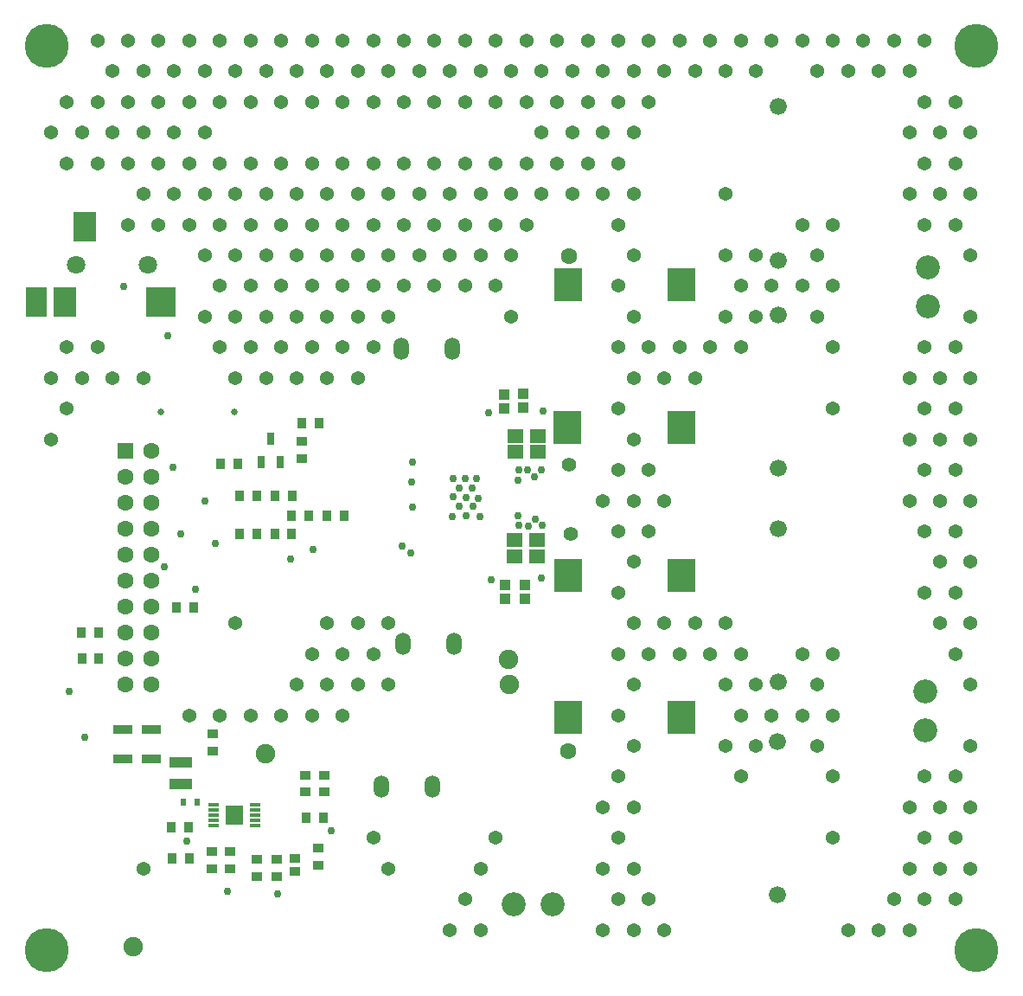
<source format=gts>
G04*
G04 #@! TF.GenerationSoftware,Altium Limited,Altium Designer,20.0.13 (296)*
G04*
G04 Layer_Color=8388736*
%FSLAX25Y25*%
%MOIN*%
G70*
G01*
G75*
%ADD20R,0.03150X0.04921*%
%ADD21R,0.03394X0.04331*%
%ADD22R,0.10630X0.12992*%
%ADD23R,0.09055X0.11417*%
%ADD24R,0.08268X0.11417*%
%ADD25R,0.11417X0.11417*%
%ADD26R,0.04331X0.03394*%
%ADD27R,0.07008X0.07795*%
%ADD28R,0.03937X0.01595*%
%ADD29R,0.09055X0.03937*%
%ADD30R,0.02165X0.03150*%
%ADD31R,0.07480X0.03543*%
%ADD32R,0.04134X0.03740*%
%ADD33R,0.05906X0.05512*%
%ADD34R,0.04331X0.03937*%
%ADD35O,0.05906X0.08661*%
%ADD36C,0.09252*%
%ADD37R,0.06299X0.06299*%
%ADD38C,0.06299*%
%ADD39C,0.16929*%
%ADD40C,0.06594*%
%ADD41C,0.07087*%
%ADD42C,0.07480*%
%ADD43C,0.02953*%
%ADD44C,0.02598*%
%ADD45C,0.05394*%
%ADD46C,0.05512*%
D20*
X98468Y203822D02*
D03*
X105948D02*
D03*
X102208Y212681D02*
D03*
D21*
X72650Y147830D02*
D03*
X66050D02*
D03*
X29280Y137980D02*
D03*
X35880D02*
D03*
X29400Y128050D02*
D03*
X36000D02*
D03*
X120808Y218703D02*
D03*
X114208D02*
D03*
X89408Y203192D02*
D03*
X82808D02*
D03*
X123876Y183230D02*
D03*
X130476D02*
D03*
X110277Y183195D02*
D03*
X116877D02*
D03*
X96827Y190870D02*
D03*
X90227D02*
D03*
X110426Y190815D02*
D03*
X103826D02*
D03*
X110393Y176092D02*
D03*
X103793D02*
D03*
X96783Y176035D02*
D03*
X90183D02*
D03*
X122600Y66800D02*
D03*
X116000D02*
D03*
X63900Y63200D02*
D03*
X70500D02*
D03*
X70900Y51000D02*
D03*
X64300D02*
D03*
D22*
X260554Y105500D02*
D03*
X216853D02*
D03*
X216942Y272000D02*
D03*
X260643D02*
D03*
X216704Y217000D02*
D03*
X260404D02*
D03*
X216942Y160000D02*
D03*
X260643D02*
D03*
D23*
X30470Y294537D02*
D03*
X22990Y265403D02*
D03*
D24*
X11967D02*
D03*
D25*
X59998D02*
D03*
D26*
X79900Y99000D02*
D03*
Y92400D02*
D03*
X114208Y211652D02*
D03*
Y205052D02*
D03*
X115674Y83251D02*
D03*
Y76651D02*
D03*
X104397Y50900D02*
D03*
Y44300D02*
D03*
X97000Y50800D02*
D03*
Y44200D02*
D03*
X86700Y53900D02*
D03*
Y47300D02*
D03*
X79597Y53900D02*
D03*
Y47300D02*
D03*
X122874Y83251D02*
D03*
Y76651D02*
D03*
X120500Y48500D02*
D03*
Y55100D02*
D03*
D27*
X88279Y67761D02*
D03*
D28*
X80208D02*
D03*
Y69729D02*
D03*
Y71698D02*
D03*
Y65792D02*
D03*
Y63824D02*
D03*
X96350Y63902D02*
D03*
Y65871D02*
D03*
Y71776D02*
D03*
Y69808D02*
D03*
Y67839D02*
D03*
D29*
X67591Y79800D02*
D03*
Y88068D02*
D03*
D30*
X73929Y72800D02*
D03*
X68614D02*
D03*
D31*
X56200Y100800D02*
D03*
Y89400D02*
D03*
X45100Y100900D02*
D03*
Y89500D02*
D03*
D32*
X111500Y51218D02*
D03*
Y46100D02*
D03*
D33*
X196340Y167500D02*
D03*
Y173800D02*
D03*
X196493Y213950D02*
D03*
Y207650D02*
D03*
X205171Y213970D02*
D03*
Y207670D02*
D03*
X205018Y167531D02*
D03*
Y173830D02*
D03*
D34*
X199400Y230058D02*
D03*
Y224743D02*
D03*
X192100Y229958D02*
D03*
Y224642D02*
D03*
X192600Y156358D02*
D03*
Y151042D02*
D03*
X200100Y156400D02*
D03*
Y151085D02*
D03*
D35*
X152630Y247630D02*
D03*
X172315D02*
D03*
X172882Y133800D02*
D03*
X153198D02*
D03*
X164480Y78670D02*
D03*
X144795D02*
D03*
D36*
X210810Y33394D02*
D03*
X195810D02*
D03*
X355394Y278850D02*
D03*
Y263850D02*
D03*
X354634Y115390D02*
D03*
Y100390D02*
D03*
D37*
X46080Y207980D02*
D03*
D38*
X56080D02*
D03*
X46080Y197980D02*
D03*
X56080D02*
D03*
X46080Y187980D02*
D03*
X56080D02*
D03*
X46080Y177980D02*
D03*
X56080D02*
D03*
X46080Y167980D02*
D03*
X56080D02*
D03*
X46080Y157980D02*
D03*
X56080D02*
D03*
X46080Y147980D02*
D03*
X56080D02*
D03*
X46080Y137980D02*
D03*
X56080D02*
D03*
X46080Y127980D02*
D03*
X56080D02*
D03*
X46080Y117980D02*
D03*
X56080D02*
D03*
X217110Y283010D02*
D03*
X216970Y92360D02*
D03*
D39*
X374303Y364252D02*
D03*
X374302Y15748D02*
D03*
X15748D02*
D03*
Y364252D02*
D03*
D40*
X298054Y281635D02*
D03*
Y340690D02*
D03*
X297842Y119123D02*
D03*
Y178178D02*
D03*
X297535Y37055D02*
D03*
Y96110D02*
D03*
X298054Y201500D02*
D03*
Y260555D02*
D03*
D41*
X27321Y279970D02*
D03*
X54880D02*
D03*
D42*
X194060Y127860D02*
D03*
X194150Y118001D02*
D03*
X100100Y91500D02*
D03*
X49300Y17200D02*
D03*
D43*
X183040Y182840D02*
D03*
X177470Y183090D02*
D03*
X172120Y182840D02*
D03*
X180190Y186730D02*
D03*
X175000Y186820D02*
D03*
X182290Y189910D02*
D03*
X177500Y190000D02*
D03*
X172490Y190540D02*
D03*
X179780Y193930D02*
D03*
X175050D02*
D03*
X181660Y197360D02*
D03*
X177260Y197400D02*
D03*
X172660Y197320D02*
D03*
X70000Y57650D02*
D03*
X110040Y166520D02*
D03*
X45530Y271510D02*
D03*
X61380Y163490D02*
D03*
X67650Y176150D02*
D03*
X76780Y188810D02*
D03*
X156380Y168710D02*
D03*
X152760Y171430D02*
D03*
X62715Y252505D02*
D03*
X73230Y154720D02*
D03*
X64680Y201800D02*
D03*
X118600Y170200D02*
D03*
X80942Y172395D02*
D03*
X24420Y115420D02*
D03*
X156820Y186600D02*
D03*
X156700Y196180D02*
D03*
X156860Y203940D02*
D03*
X30590Y97800D02*
D03*
X104760Y37320D02*
D03*
X125620Y61760D02*
D03*
X85410Y38550D02*
D03*
X187251Y158618D02*
D03*
X206490Y159310D02*
D03*
X186278Y222838D02*
D03*
X207080Y223420D02*
D03*
X204220Y181750D02*
D03*
X206870Y179420D02*
D03*
X201620Y179310D02*
D03*
X197840Y179390D02*
D03*
X197720Y183070D02*
D03*
X197690Y196870D02*
D03*
X206710Y200740D02*
D03*
X203890Y198250D02*
D03*
X201390Y200850D02*
D03*
X197800Y200710D02*
D03*
D44*
X88190Y223250D02*
D03*
X59760Y223130D02*
D03*
D45*
X366142Y342520D02*
D03*
X372047Y330709D02*
D03*
X366142Y318898D02*
D03*
X372047Y307086D02*
D03*
X366142Y295275D02*
D03*
X372047Y283465D02*
D03*
Y259842D02*
D03*
X366142Y248031D02*
D03*
X372047Y236220D02*
D03*
X366142Y224409D02*
D03*
X372047Y212598D02*
D03*
X366142Y200787D02*
D03*
X372047Y188976D02*
D03*
X366142Y177165D02*
D03*
X372047Y165354D02*
D03*
X366142Y153543D02*
D03*
X372047Y141732D02*
D03*
X366142Y129921D02*
D03*
X372047Y118110D02*
D03*
Y94488D02*
D03*
X366142Y82677D02*
D03*
X372047Y70866D02*
D03*
X366142Y59055D02*
D03*
X372047Y47244D02*
D03*
X366142Y35433D02*
D03*
X354331Y366142D02*
D03*
Y342520D02*
D03*
X360236Y330709D02*
D03*
X354331Y318898D02*
D03*
X360236Y307086D02*
D03*
X354331Y295275D02*
D03*
Y248031D02*
D03*
X360236Y236220D02*
D03*
X354331Y224409D02*
D03*
X360236Y212598D02*
D03*
X354331Y200787D02*
D03*
X360236Y188976D02*
D03*
X354331Y177165D02*
D03*
X360236Y165354D02*
D03*
X354331Y153543D02*
D03*
X360236Y141732D02*
D03*
X354331Y82677D02*
D03*
X360236Y70866D02*
D03*
X354331Y59055D02*
D03*
X360236Y47244D02*
D03*
X354331Y35433D02*
D03*
X342520Y366142D02*
D03*
X348425Y354331D02*
D03*
Y330709D02*
D03*
Y307086D02*
D03*
Y236220D02*
D03*
Y212598D02*
D03*
Y188976D02*
D03*
Y70866D02*
D03*
Y47244D02*
D03*
X342520Y35433D02*
D03*
X348425Y23622D02*
D03*
X330709Y366142D02*
D03*
X336614Y354331D02*
D03*
Y23622D02*
D03*
X318898Y366142D02*
D03*
X324803Y354331D02*
D03*
X318898Y295275D02*
D03*
Y271654D02*
D03*
Y248031D02*
D03*
Y224409D02*
D03*
Y129921D02*
D03*
Y106299D02*
D03*
Y82677D02*
D03*
Y59055D02*
D03*
X324803Y23622D02*
D03*
X307086Y366142D02*
D03*
X312992Y354331D02*
D03*
X307086Y295275D02*
D03*
X312992Y283465D02*
D03*
X307086Y271654D02*
D03*
X312992Y259842D02*
D03*
X307086Y129921D02*
D03*
X312992Y118110D02*
D03*
X307086Y106299D02*
D03*
X312992Y94488D02*
D03*
X295275Y366142D02*
D03*
Y271654D02*
D03*
Y106299D02*
D03*
X283465Y366142D02*
D03*
X289370Y354331D02*
D03*
Y283465D02*
D03*
X283465Y271654D02*
D03*
X289370Y259842D02*
D03*
X283465Y248031D02*
D03*
Y129921D02*
D03*
X289370Y118110D02*
D03*
X283465Y106299D02*
D03*
X289370Y94488D02*
D03*
X283465Y82677D02*
D03*
X271654Y366142D02*
D03*
X277559Y354331D02*
D03*
Y307086D02*
D03*
Y283465D02*
D03*
Y259842D02*
D03*
X271654Y248031D02*
D03*
X277559Y141732D02*
D03*
X271654Y129921D02*
D03*
X277559Y118110D02*
D03*
Y94488D02*
D03*
X259842Y366142D02*
D03*
X265748Y354331D02*
D03*
X259842Y248031D02*
D03*
X265748Y236220D02*
D03*
Y141732D02*
D03*
X259842Y129921D02*
D03*
X248031Y366142D02*
D03*
X253937Y354331D02*
D03*
X248031Y342520D02*
D03*
Y248031D02*
D03*
X253937Y236220D02*
D03*
X248031Y200787D02*
D03*
X253937Y188976D02*
D03*
X248031Y177165D02*
D03*
X253937Y141732D02*
D03*
X248031Y129921D02*
D03*
Y35433D02*
D03*
X253937Y23622D02*
D03*
X236220Y366142D02*
D03*
X242126Y354331D02*
D03*
X236220Y342520D02*
D03*
X242126Y330709D02*
D03*
X236220Y318898D02*
D03*
X242126Y307086D02*
D03*
X236220Y295275D02*
D03*
X242126Y283465D02*
D03*
X236220Y271654D02*
D03*
X242126Y259842D02*
D03*
X236220Y248031D02*
D03*
X242126Y236220D02*
D03*
X236220Y224409D02*
D03*
X242126Y212598D02*
D03*
X236220Y200787D02*
D03*
X242126Y188976D02*
D03*
X236220Y177165D02*
D03*
X242126Y165354D02*
D03*
X236220Y153543D02*
D03*
X242126Y141732D02*
D03*
X236220Y129921D02*
D03*
X242126Y118110D02*
D03*
X236220Y106299D02*
D03*
X242126Y94488D02*
D03*
X236220Y82677D02*
D03*
X242126Y70866D02*
D03*
X236220Y59055D02*
D03*
X242126Y47244D02*
D03*
X236220Y35433D02*
D03*
X242126Y23622D02*
D03*
X224409Y366142D02*
D03*
X230315Y354331D02*
D03*
X224409Y342520D02*
D03*
X230315Y330709D02*
D03*
X224409Y318898D02*
D03*
X230315Y307086D02*
D03*
Y188976D02*
D03*
Y70866D02*
D03*
Y47244D02*
D03*
Y23622D02*
D03*
X212598Y366142D02*
D03*
X218504Y354331D02*
D03*
X212598Y342520D02*
D03*
X218504Y330709D02*
D03*
X212598Y318898D02*
D03*
X218504Y307086D02*
D03*
X200787Y366142D02*
D03*
X206693Y354331D02*
D03*
X200787Y342520D02*
D03*
X206693Y330709D02*
D03*
X200787Y318898D02*
D03*
X206693Y307086D02*
D03*
X200787Y295275D02*
D03*
X188976Y366142D02*
D03*
X194882Y354331D02*
D03*
X188976Y342520D02*
D03*
Y318898D02*
D03*
X194882Y307086D02*
D03*
X188976Y295275D02*
D03*
X194882Y283465D02*
D03*
X188976Y271654D02*
D03*
X194882Y259842D02*
D03*
X188976Y59055D02*
D03*
X177165Y366142D02*
D03*
X183071Y354331D02*
D03*
X177165Y342520D02*
D03*
Y318898D02*
D03*
X183071Y307086D02*
D03*
X177165Y295275D02*
D03*
X183071Y283465D02*
D03*
X177165Y271654D02*
D03*
X183071Y47244D02*
D03*
X177165Y35433D02*
D03*
X183071Y23622D02*
D03*
X165354Y366142D02*
D03*
X171260Y354331D02*
D03*
X165354Y342520D02*
D03*
Y318898D02*
D03*
X171260Y307086D02*
D03*
X165354Y295275D02*
D03*
X171260Y283465D02*
D03*
X165354Y271654D02*
D03*
X171260Y23622D02*
D03*
X153543Y366142D02*
D03*
X159449Y354331D02*
D03*
X153543Y342520D02*
D03*
Y318898D02*
D03*
X159449Y307086D02*
D03*
X153543Y295275D02*
D03*
X159449Y283465D02*
D03*
X153543Y271654D02*
D03*
X141732Y366142D02*
D03*
X147638Y354331D02*
D03*
X141732Y342520D02*
D03*
Y318898D02*
D03*
X147638Y307086D02*
D03*
X141732Y295275D02*
D03*
X147638Y283465D02*
D03*
X141732Y271654D02*
D03*
X147638Y259842D02*
D03*
X141732Y248031D02*
D03*
X147638Y141732D02*
D03*
X141732Y129921D02*
D03*
X147638Y118110D02*
D03*
X141732Y59055D02*
D03*
X147638Y47244D02*
D03*
X129921Y366142D02*
D03*
X135827Y354331D02*
D03*
X129921Y342520D02*
D03*
Y318898D02*
D03*
X135827Y307086D02*
D03*
X129921Y295275D02*
D03*
X135827Y283465D02*
D03*
X129921Y271654D02*
D03*
X135827Y259842D02*
D03*
X129921Y248031D02*
D03*
X135827Y236220D02*
D03*
Y141732D02*
D03*
X129921Y129921D02*
D03*
X135827Y118110D02*
D03*
X129921Y106299D02*
D03*
X118110Y366142D02*
D03*
X124016Y354331D02*
D03*
X118110Y342520D02*
D03*
Y318898D02*
D03*
X124016Y307086D02*
D03*
X118110Y295275D02*
D03*
X124016Y283465D02*
D03*
X118110Y271654D02*
D03*
X124016Y259842D02*
D03*
X118110Y248031D02*
D03*
X124016Y236220D02*
D03*
Y141732D02*
D03*
X118110Y129921D02*
D03*
X124016Y118110D02*
D03*
X118110Y106299D02*
D03*
X106299Y366142D02*
D03*
X112205Y354331D02*
D03*
X106299Y342520D02*
D03*
Y318898D02*
D03*
X112205Y307086D02*
D03*
X106299Y295275D02*
D03*
X112205Y283465D02*
D03*
X106299Y271654D02*
D03*
X112205Y259842D02*
D03*
X106299Y248031D02*
D03*
X112205Y236220D02*
D03*
Y118110D02*
D03*
X106299Y106299D02*
D03*
X94488Y366142D02*
D03*
X100394Y354331D02*
D03*
X94488Y342520D02*
D03*
Y318898D02*
D03*
X100394Y307086D02*
D03*
X94488Y295275D02*
D03*
X100394Y283465D02*
D03*
X94488Y271654D02*
D03*
X100394Y259842D02*
D03*
X94488Y248031D02*
D03*
X100394Y236220D02*
D03*
X94488Y106299D02*
D03*
X82677Y366142D02*
D03*
X88583Y354331D02*
D03*
X82677Y342520D02*
D03*
Y318898D02*
D03*
X88583Y307086D02*
D03*
X82677Y295275D02*
D03*
X88583Y283465D02*
D03*
X82677Y271654D02*
D03*
X88583Y259842D02*
D03*
X82677Y248031D02*
D03*
X88583Y236220D02*
D03*
Y141732D02*
D03*
X82677Y106299D02*
D03*
X70866Y366142D02*
D03*
X76772Y354331D02*
D03*
X70866Y342520D02*
D03*
X76772Y330709D02*
D03*
X70866Y318898D02*
D03*
X76772Y307086D02*
D03*
X70866Y295275D02*
D03*
X76772Y283465D02*
D03*
Y259842D02*
D03*
X70866Y106299D02*
D03*
X59055Y366142D02*
D03*
X64961Y354331D02*
D03*
X59055Y342520D02*
D03*
X64961Y330709D02*
D03*
X59055Y318898D02*
D03*
X64961Y307086D02*
D03*
X59055Y295275D02*
D03*
X47244Y366142D02*
D03*
X53150Y354331D02*
D03*
X47244Y342520D02*
D03*
X53150Y330709D02*
D03*
X47244Y318898D02*
D03*
X53150Y307086D02*
D03*
X47244Y295275D02*
D03*
X53150Y236220D02*
D03*
Y47244D02*
D03*
X35433Y366142D02*
D03*
X41339Y354331D02*
D03*
X35433Y342520D02*
D03*
X41339Y330709D02*
D03*
X35433Y318898D02*
D03*
Y248031D02*
D03*
X41339Y236220D02*
D03*
X23622Y342520D02*
D03*
X29528Y330709D02*
D03*
X23622Y318898D02*
D03*
Y248031D02*
D03*
X29528Y236220D02*
D03*
X23622Y224409D02*
D03*
X17717Y330709D02*
D03*
Y236220D02*
D03*
Y212598D02*
D03*
D46*
X217130Y202970D02*
D03*
X218030Y176040D02*
D03*
M02*

</source>
